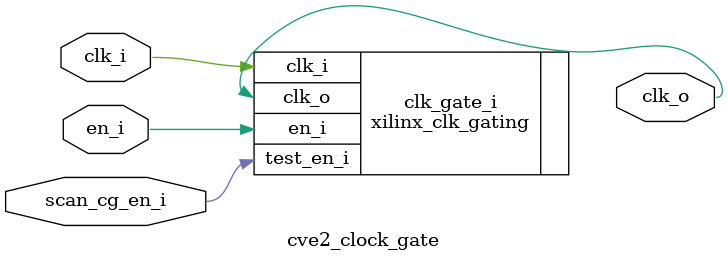
<source format=sv>

module cve2_clock_gate (
    input  logic clk_i,
    input  logic en_i,
    input  logic scan_cg_en_i,
    output logic clk_o
);

  xilinx_clk_gating clk_gate_i (
      .clk_i,
      .en_i,
      .test_en_i(scan_cg_en_i),
      .clk_o
  );

endmodule  // cv32e40p_clock_gate

</source>
